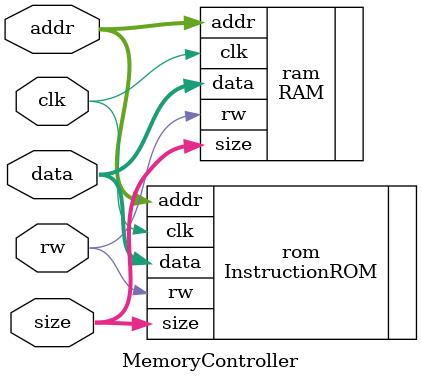
<source format=v>
module MemoryController(
	input [31:0] addr,
	inout [31:0] data,
	
	input rw,
	input [1:0] size,
	
	input clk
);

InstructionROM #(
	.ROM_START(32'h0000_0000)
) rom (
	.addr(addr),
	.data(data),
	.rw(rw),
	.size(size),
	.clk(clk)
);

RAM #(
	.RAM_START(32'h1000_0000),
	.RAM_SIZE(256)
) ram (
	.addr(addr),
	.data(data),
	.rw(rw),
	.size(size),
	.clk(clk)
);

endmodule

</source>
